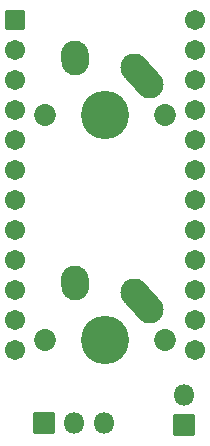
<source format=gbr>
%TF.GenerationSoftware,KiCad,Pcbnew,(6.0.6)*%
%TF.CreationDate,2022-09-08T19:20:13+10:00*%
%TF.ProjectId,milk,6d696c6b-2e6b-4696-9361-645f70636258,rev?*%
%TF.SameCoordinates,Original*%
%TF.FileFunction,Soldermask,Top*%
%TF.FilePolarity,Negative*%
%FSLAX46Y46*%
G04 Gerber Fmt 4.6, Leading zero omitted, Abs format (unit mm)*
G04 Created by KiCad (PCBNEW (6.0.6)) date 2022-09-08 19:20:13*
%MOMM*%
%LPD*%
G01*
G04 APERTURE LIST*
G04 Aperture macros list*
%AMRoundRect*
0 Rectangle with rounded corners*
0 $1 Rounding radius*
0 $2 $3 $4 $5 $6 $7 $8 $9 X,Y pos of 4 corners*
0 Add a 4 corners polygon primitive as box body*
4,1,4,$2,$3,$4,$5,$6,$7,$8,$9,$2,$3,0*
0 Add four circle primitives for the rounded corners*
1,1,$1+$1,$2,$3*
1,1,$1+$1,$4,$5*
1,1,$1+$1,$6,$7*
1,1,$1+$1,$8,$9*
0 Add four rect primitives between the rounded corners*
20,1,$1+$1,$2,$3,$4,$5,0*
20,1,$1+$1,$4,$5,$6,$7,0*
20,1,$1+$1,$6,$7,$8,$9,0*
20,1,$1+$1,$8,$9,$2,$3,0*%
%AMHorizOval*
0 Thick line with rounded ends*
0 $1 width*
0 $2 $3 position (X,Y) of the first rounded end (center of the circle)*
0 $4 $5 position (X,Y) of the second rounded end (center of the circle)*
0 Add line between two ends*
20,1,$1,$2,$3,$4,$5,0*
0 Add two circle primitives to create the rounded ends*
1,1,$1,$2,$3*
1,1,$1,$4,$5*%
G04 Aperture macros list end*
%ADD10RoundRect,0.051000X0.850000X-0.850000X0.850000X0.850000X-0.850000X0.850000X-0.850000X-0.850000X0*%
%ADD11O,1.802000X1.802000*%
%ADD12RoundRect,0.051000X0.850000X0.850000X-0.850000X0.850000X-0.850000X-0.850000X0.850000X-0.850000X0*%
%ADD13RoundRect,0.051000X-0.800000X0.800000X-0.800000X-0.800000X0.800000X-0.800000X0.800000X0.800000X0*%
%ADD14C,1.702000*%
%ADD15C,1.852000*%
%ADD16C,4.089800*%
%ADD17C,2.352000*%
%ADD18HorizOval,2.352000X-0.655001X0.730000X0.655001X-0.730000X0*%
%ADD19HorizOval,2.352000X-0.020000X0.290000X0.020000X-0.290000X0*%
G04 APERTURE END LIST*
D10*
%TO.C,J1*%
X224875000Y-85600000D03*
D11*
X227415000Y-85600000D03*
X229955000Y-85600000D03*
%TD*%
D12*
%TO.C,J4*%
X236753400Y-85775800D03*
D11*
X236753400Y-83235800D03*
%TD*%
D13*
%TO.C,U1*%
X222426550Y-51537235D03*
D14*
X222426550Y-54077235D03*
X222426550Y-56617235D03*
X222426550Y-59157235D03*
X222426550Y-61697235D03*
X222426550Y-64237235D03*
X222426550Y-66777235D03*
X222426550Y-69317235D03*
X222426550Y-71857235D03*
X222426550Y-74397235D03*
X222426550Y-76937235D03*
X222426550Y-79477235D03*
X237666550Y-79477235D03*
X237666550Y-76937235D03*
X237666550Y-74397235D03*
X237666550Y-71857235D03*
X237666550Y-69317235D03*
X237666550Y-66777235D03*
X237666550Y-64237235D03*
X237666550Y-61697235D03*
X237666550Y-59157235D03*
X237666550Y-56617235D03*
X237666550Y-54077235D03*
X237666550Y-51537235D03*
%TD*%
D15*
%TO.C,K1*%
X224966550Y-59554110D03*
X235126550Y-59554110D03*
D16*
X230046550Y-59554110D03*
D17*
X232546550Y-55554110D03*
D18*
X233201549Y-56284110D03*
D19*
X227526550Y-54764110D03*
D17*
X227506550Y-54474110D03*
%TD*%
D16*
%TO.C,K2*%
X230046550Y-78604110D03*
D15*
X235126550Y-78604110D03*
X224966550Y-78604110D03*
D17*
X232546550Y-74604110D03*
D18*
X233201549Y-75334110D03*
D19*
X227526550Y-73814110D03*
D17*
X227506550Y-73524110D03*
%TD*%
M02*

</source>
